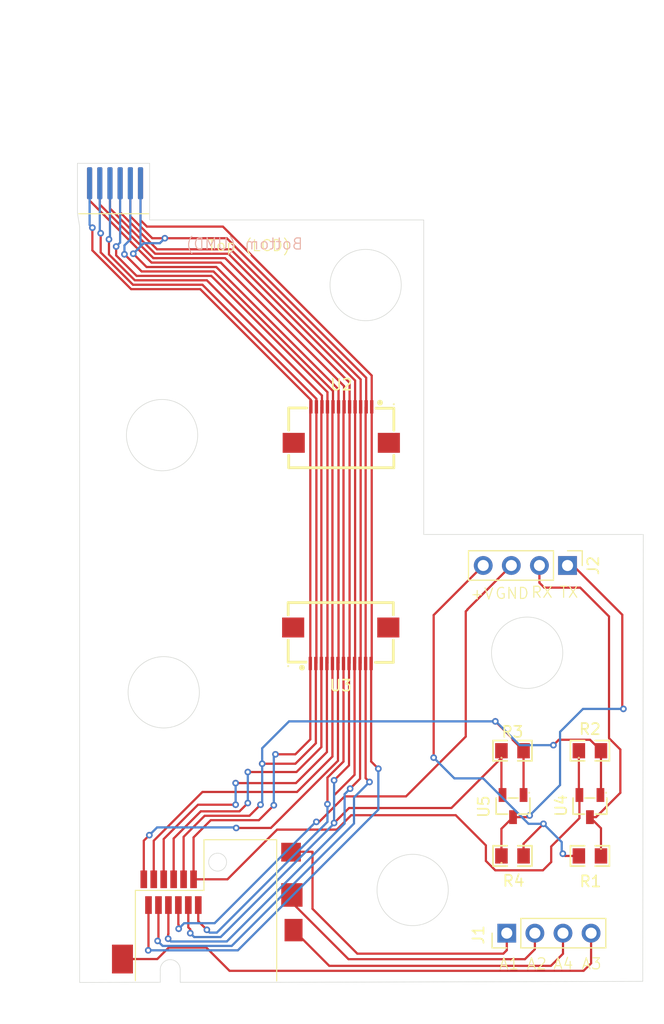
<source format=kicad_pcb>
(kicad_pcb (version 20240108) (generator "pcbnew") (generator_version "8.0")
  (layers (0 "F.Cu" signal) (31 "B.Cu" signal) (34 "B.Paste" user) (35 "F.Paste" user) (36 "B.SilkS" user "B.Silkscreen") (37 "F.SilkS" user "F.Silkscreen") (38 "B.Mask" user) (39 "F.Mask" user) (44 "Edge.Cuts" user))
  (net 0 "")
  (net 1 "/OUT_UART_VCC")
  (net 2 "/OUT_PSPRX")
  (net 3 "/PSPRX")
  (net 4 "/PSP_UART_VCC")
  (net 5 "/PSPTX")
  (net 6 "/OUT_PSPTX")
  (net 7 "/PSP_BLUE_LUME_PB")
  (net 8 "/PSP_WAKE")
  (net 9 "/GND")
  (net 10 "/PSP_VIDEO_DETECT")
  (net 11 "/LUMA_Y")
  (net 12 "/RED_LUMA_PR")
  (net 13 "/PSPMICIN")
  (net 18 "/audio4")
  (net 19 "/audio3")
  (net 20 "/audio2")
  (net 21 "/audio1")
  (net 22 "/UART_GND")
  (footprint "jlcpcb:R0805" (layer "F.Cu") (at 206.025 114.925)
    (property "Reference" "R2" (at 0 -1.95 0) (layer "F.SilkS"))
    (property "Value" "0805W8F1002T5E")
    (pad "1" smd rect (at -1 0) (size 1.132537 1.377013) (layers "F.Cu" "F.Paste" "F.Mask") (net 3 "/PSPRX"))
    (pad "2" smd rect (at 1 0) (size 1.132537 1.377013) (layers "F.Cu" "F.Paste" "F.Mask") (net 4 "/PSP_UART_VCC"))
  )
  (footprint "jlcpcb:R0805" (layer "F.Cu") (at 206.025 124.425 180)
    (property "Reference" "R1" (at -0.05 -2.3 0) (layer "F.SilkS"))
    (property "Value" "0805W8F1002T5E")
    (pad "1" smd rect (at -1 0 180) (size 1.132537 1.377013) (layers "F.Cu" "F.Paste" "F.Mask") (net 2 "/OUT_PSPRX"))
    (pad "2" smd rect (at 1 0 180) (size 1.132537 1.377013) (layers "F.Cu" "F.Paste" "F.Mask") (net 1 "/OUT_UART_VCC"))
  )
  (footprint "psp:TVOut Connector" (layer "F.Cu") (at 171.4625 132.3625)
    (property "Reference" "U6" (hide yes))
    (property "Value" "~" (hide yes))
    (fp_line (start -4.275 3.475) (end -6.7875 3.475) (stroke (width 0.05)) (layer "Edge.Cuts"))
    (fp_line (start -4.274062 2.373093) (end -4.275 3.475) (stroke (width 0.05)) (layer "Edge.Cuts"))
    (fp_line (start -2.475 3.475) (end -2.475 2.35) (stroke (width 0.05)) (layer "Edge.Cuts"))
    (fp_line (start -2.475 3.475) (end 6.575 3.475) (stroke (width 0.05)) (layer "Edge.Cuts"))
    (fp_arc (start -4.274062 2.373093) (mid -3.386556 1.424727) (end -2.475 2.35) (stroke (width 0.05)) (layer "Edge.Cuts"))
    (fp_circle (center 0.909706 -7.375) (end 1.709706 -7.25) (stroke (width 0.05)) (fill none) (layer "Edge.Cuts"))
    (pad "1" smd rect (at 7.547206 -8.275) (size 1.775 1.7) (layers "F.Cu" "F.Paste" "F.Mask") (net 21 "/audio1"))
    (pad "2" smd rect (at 7.622206 -4.4125) (size 1.925 2.125) (layers "F.Cu" "F.Paste" "F.Mask") (net 20 "/audio2"))
    (pad "3" smd rect (at -7.690294 1.375) (size 1.9 2.6) (layers "F.Cu" "F.Paste" "F.Mask") (net 19 "/audio3"))
    (pad "4" smd rect (at 7.772206 -1.2375) (size 1.625 2.025) (layers "F.Cu" "F.Paste" "F.Mask") (net 18 "/audio4"))
    (pad "5" smd rect (at -0.840294 -3.5) (size 0.6 1.6) (layers "F.Cu" "F.Paste" "F.Mask") (net 13 "/PSPMICIN"))
    (pad "6" smd rect (at -1.740294 -3.5) (size 0.6 1.6) (layers "F.Cu" "F.Paste" "F.Mask") (net 5 "/PSPTX"))
    (pad "7" smd rect (at -2.640294 -3.5) (size 0.6 1.6) (layers "F.Cu" "F.Paste" "F.Mask") (net 22 "/UART_GND"))
    (pad "8" smd rect (at -3.540294 -3.5) (size 0.6 1.6) (layers "F.Cu" "F.Paste" "F.Mask") (net 11 "/LUMA_Y"))
    (pad "9" smd rect (at -4.440294 -3.5) (size 0.6 1.6) (layers "F.Cu" "F.Paste" "F.Mask") (net 9 "/GND"))
    (pad "10" smd rect (at -5.340294 -3.5) (size 0.6 1.6) (layers "F.Cu" "F.Paste" "F.Mask") (net 12 "/RED_LUMA_PR"))
    (pad "11" smd rect (at -1.265294 -5.825) (size 0.6 1.6) (layers "F.Cu" "F.Paste" "F.Mask") (net 3 "/PSPRX"))
    (pad "12" smd rect (at -2.165294 -5.825) (size 0.6 1.6) (layers "F.Cu" "F.Paste" "F.Mask") (net 4 "/PSP_UART_VCC"))
    (pad "13" smd rect (at -3.065294 -5.825) (size 0.6 1.6) (layers "F.Cu" "F.Paste" "F.Mask") (net 10 "/PSP_VIDEO_DETECT"))
    (pad "14" smd rect (at -3.965294 -5.825) (size 0.6 1.6) (layers "F.Cu" "F.Paste" "F.Mask") (net 8 "/PSP_WAKE"))
    (pad "15" smd rect (at -4.865294 -5.825) (size 0.6 1.6) (layers "F.Cu" "F.Paste" "F.Mask") (net 7 "/PSP_BLUE_LUME_PB"))
    (pad "16" smd rect (at -5.765294 -5.825) (size 0.6 1.6) (layers "F.Cu" "F.Paste" "F.Mask") (net 9 "/GND"))
  )
  (footprint "jlcpcb:SOT-23-3_L2.9-W1.3-P1.90-LS2.4-BR" (layer "F.Cu") (at 199.075038 119.925 90)
    (property "Reference" "U5" (at -0.05 -2.650038 90) (layer "F.SilkS"))
    (property "Value" "BSS138_C7420339")
    (pad "1" smd rect (at 1 0.949962 90) (size 1.250013 0.7) (layers "F.Cu" "F.Paste" "F.Mask") (net 4 "/PSP_UART_VCC"))
    (pad "2" smd rect (at 1 -0.949962 90) (size 1.250013 0.7) (layers "F.Cu" "F.Paste" "F.Mask") (net 5 "/PSPTX"))
    (pad "3" smd rect (at -1 0 90) (size 1.250013 0.7) (layers "F.Cu" "F.Paste" "F.Mask") (net 6 "/OUT_PSPTX"))
  )
  (footprint "jlcpcb:SOT-23-3_L2.9-W1.3-P1.90-LS2.4-BR" (layer "F.Cu") (at 206.025 119.925 90)
    (property "Reference" "U4" (at 0.05 -2.6 90) (layer "F.SilkS"))
    (property "Value" "BSS138_C7420339")
    (pad "1" smd rect (at 1 0.949962 90) (size 1.250013 0.7) (layers "F.Cu" "F.Paste" "F.Mask") (net 4 "/PSP_UART_VCC"))
    (pad "2" smd rect (at 1 -0.949962 90) (size 1.250013 0.7) (layers "F.Cu" "F.Paste" "F.Mask") (net 3 "/PSPRX"))
    (pad "3" smd rect (at -1 0 90) (size 1.250013 0.7) (layers "F.Cu" "F.Paste" "F.Mask") (net 2 "/OUT_PSPRX"))
  )
  (footprint "Connector_PinHeader_2.54mm:PinHeader_1x04_P2.54mm_Vertical" (layer "F.Cu") (at 198.51 131.4 90)
    (property "Reference" "J1" (at -0.15 -2.56 90) (layer "F.SilkS"))
    (property "Value" "Conn_01x04_Pin")
    (pad "1" thru_hole rect (at 0 0 90) (size 1.7 1.7) (drill 1) (layers "*.Cu" "*.Mask") (net 21 "/audio1"))
    (pad "2" thru_hole oval (at 0 2.54 90) (size 1.7 1.7) (drill 1) (layers "*.Cu" "*.Mask") (net 20 "/audio2"))
    (pad "3" thru_hole oval (at 0 5.08 90) (size 1.7 1.7) (drill 1) (layers "*.Cu" "*.Mask") (net 18 "/audio4"))
    (pad "4" thru_hole oval (at 0 7.62 90) (size 1.7 1.7) (drill 1) (layers "*.Cu" "*.Mask") (net 19 "/audio3"))
  )
  (footprint "jlcpcb:R0805" (layer "F.Cu") (at 199.025 114.925)
    (property "Reference" "R3" (at 0 -1.7 0) (layer "F.SilkS"))
    (property "Value" "0805W8F1002T5E")
    (pad "1" smd rect (at -1 0) (size 1.132537 1.377013) (layers "F.Cu" "F.Paste" "F.Mask") (net 5 "/PSPTX"))
    (pad "2" smd rect (at 1 0) (size 1.132537 1.377013) (layers "F.Cu" "F.Paste" "F.Mask") (net 4 "/PSP_UART_VCC"))
  )
  (footprint "psp:TVOut Cable" (layer "F.Cu") (at 168.8255 70.9875)
    (property "Reference" "U1" (hide yes))
    (property "Value" "~" (hide yes))
    (fp_line (start -9.125 -9.1) (end -9.125 -4.6) (stroke (width 0.05)) (layer "Edge.Cuts"))
    (fp_line (start -2.6 -9.1) (end -9.125 -9.1) (stroke (width 0.05)) (layer "Edge.Cuts"))
    (fp_line (start -2.6 -4.6) (end -2.6 -9.1) (stroke (width 0.05)) (layer "Edge.Cuts"))
    (pad "1" smd roundrect (at -8.025 -7.3 180) (size 0.47 2.9) (layers "F.Cu" "F.Paste" "F.Mask") (net 13 "/PSPMICIN"))
    (pad "2" smd roundrect (at -7.105 -7.3 180) (size 0.47 2.9) (layers "F.Cu" "F.Paste" "F.Mask") (net 5 "/PSPTX"))
    (pad "3" smd roundrect (at -6.185 -7.3 180) (size 0.47 2.9) (layers "F.Cu" "F.Paste" "F.Mask") (net 22 "/UART_GND"))
    (pad "4" smd roundrect (at -5.265 -7.3 180) (size 0.47 2.9) (layers "F.Cu" "F.Paste" "F.Mask") (net 11 "/LUMA_Y"))
    (pad "5" smd roundrect (at -4.345 -7.3 180) (size 0.47 2.9) (layers "F.Cu" "F.Paste" "F.Mask") (net 9 "/GND"))
    (pad "6" smd roundrect (at -3.425 -7.3 180) (size 0.47 2.9) (layers "F.Cu" "F.Paste" "F.Mask") (net 12 "/RED_LUMA_PR"))
    (pad "7" smd roundrect (at -8.025 -7.3 180) (size 0.47 2.9) (layers "B.Cu" "B.Paste" "B.Mask") (net 3 "/PSPRX"))
    (pad "8" smd roundrect (at -7.105 -7.3 180) (size 0.47 2.9) (layers "B.Cu" "B.Paste" "B.Mask") (net 4 "/PSP_UART_VCC"))
    (pad "9" smd roundrect (at -6.185 -7.3 180) (size 0.47 2.9) (layers "B.Cu" "B.Paste" "B.Mask") (net 10 "/PSP_VIDEO_DETECT"))
    (pad "10" smd roundrect (at -5.265 -7.3 180) (size 0.47 2.9) (layers "B.Cu" "B.Paste" "B.Mask") (net 8 "/PSP_WAKE"))
    (pad "11" smd roundrect (at -4.345 -7.3 180) (size 0.47 2.9) (layers "B.Cu" "B.Paste" "B.Mask") (net 7 "/PSP_BLUE_LUME_PB"))
    (pad "12" smd roundrect (at -3.425 -7.3 180) (size 0.47 2.9) (layers "B.Cu" "B.Paste" "B.Mask") (net 9 "/GND"))
  )
  (footprint "jlcpcb:FPC-SMD_12P-P0.50_XUNPU_FPC-05FB-12PH20" (layer "F.Cu") (at 183.55 85.5)
    (property "Reference" "U2" (at -0.001537 -3.624968 0) (layer "F.SilkS"))
    (property "Value" "FPC-05FB-12PH20")
    (pad "1" smd rect (at 2.750064 -1.624968) (size 0.3 1.2) (layers "F.Cu" "F.Paste" "F.Mask") (net 12 "/RED_LUMA_PR"))
    (pad "2" smd rect (at 2.249936 -1.624968) (size 0.3 1.2) (layers "F.Cu" "F.Paste" "F.Mask") (net 9 "/GND"))
    (pad "3" smd rect (at 1.750064 -1.624968) (size 0.3 1.2) (layers "F.Cu" "F.Paste" "F.Mask") (net 11 "/LUMA_Y"))
    (pad "4" smd rect (at 1.249936 -1.624968) (size 0.3 1.2) (layers "F.Cu" "F.Paste" "F.Mask") (net 22 "/UART_GND"))
    (pad "5" smd rect (at 0.750064 -1.624968) (size 0.3 1.2) (layers "F.Cu" "F.Paste" "F.Mask") (net 5 "/PSPTX"))
    (pad "6" smd rect (at 0.249936 -1.624968) (size 0.3 1.2) (layers "F.Cu" "F.Paste" "F.Mask") (net 13 "/PSPMICIN"))
    (pad "7" smd rect (at -0.249936 -1.624968) (size 0.3 1.2) (layers "F.Cu" "F.Paste" "F.Mask") (net 9 "/GND"))
    (pad "8" smd rect (at -0.750064 -1.624968) (size 0.3 1.2) (layers "F.Cu" "F.Paste" "F.Mask") (net 7 "/PSP_BLUE_LUME_PB"))
    (pad "9" smd rect (at -1.249936 -1.624968) (size 0.3 1.2) (layers "F.Cu" "F.Paste" "F.Mask") (net 8 "/PSP_WAKE"))
    (pad "10" smd rect (at -1.750064 -1.624968) (size 0.3 1.2) (layers "F.Cu" "F.Paste" "F.Mask") (net 10 "/PSP_VIDEO_DETECT"))
    (pad "11" smd rect (at -2.249936 -1.624968) (size 0.3 1.2) (layers "F.Cu" "F.Paste" "F.Mask") (net 4 "/PSP_UART_VCC"))
    (pad "12" smd rect (at -2.750064 -1.624968) (size 0.3 1.2) (layers "F.Cu" "F.Paste" "F.Mask") (net 3 "/PSPRX"))
    (pad "13" smd rect (at -4.299975 1.624968) (size 2 1.8) (layers "F.Cu" "F.Paste" "F.Mask"))
    (pad "14" smd rect (at 4.299975 1.624968) (size 2 1.8) (layers "F.Cu" "F.Paste" "F.Mask"))
  )
  (footprint "jlcpcb:R0805" (layer "F.Cu") (at 199.025 124.425)
    (property "Reference" "R4" (at 0.1 2.25 0) (layer "F.SilkS"))
    (property "Value" "0805W8F1002T5E")
    (pad "1" smd rect (at -1 0) (size 1.132537 1.377013) (layers "F.Cu" "F.Paste" "F.Mask") (net 6 "/OUT_PSPTX"))
    (pad "2" smd rect (at 1 0) (size 1.132537 1.377013) (layers "F.Cu" "F.Paste" "F.Mask") (net 1 "/OUT_UART_VCC"))
  )
  (footprint "jlcpcb:FPC-SMD_12P-P0.50_XUNPU_FPC-05FB-12PH20" (layer "F.Cu") (at 183.500025 105.424968 180)
    (property "Reference" "U3" (at -0.001537 -3.624968 0) (layer "F.SilkS"))
    (property "Value" "FPC-05FB-12PH20")
    (pad "1" smd rect (at 2.750064 -1.624968 180) (size 0.3 1.2) (layers "F.Cu" "F.Paste" "F.Mask") (net 3 "/PSPRX"))
    (pad "2" smd rect (at 2.249936 -1.624968 180) (size 0.3 1.2) (layers "F.Cu" "F.Paste" "F.Mask") (net 4 "/PSP_UART_VCC"))
    (pad "3" smd rect (at 1.750064 -1.624968 180) (size 0.3 1.2) (layers "F.Cu" "F.Paste" "F.Mask") (net 10 "/PSP_VIDEO_DETECT"))
    (pad "4" smd rect (at 1.249936 -1.624968 180) (size 0.3 1.2) (layers "F.Cu" "F.Paste" "F.Mask") (net 8 "/PSP_WAKE"))
    (pad "5" smd rect (at 0.750064 -1.624968 180) (size 0.3 1.2) (layers "F.Cu" "F.Paste" "F.Mask") (net 7 "/PSP_BLUE_LUME_PB"))
    (pad "6" smd rect (at 0.249936 -1.624968 180) (size 0.3 1.2) (layers "F.Cu" "F.Paste" "F.Mask") (net 9 "/GND"))
    (pad "7" smd rect (at -0.249936 -1.624968 180) (size 0.3 1.2) (layers "F.Cu" "F.Paste" "F.Mask") (net 13 "/PSPMICIN"))
    (pad "8" smd rect (at -0.750064 -1.624968 180) (size 0.3 1.2) (layers "F.Cu" "F.Paste" "F.Mask") (net 5 "/PSPTX"))
    (pad "9" smd rect (at -1.249936 -1.624968 180) (size 0.3 1.2) (layers "F.Cu" "F.Paste" "F.Mask") (net 22 "/UART_GND"))
    (pad "10" smd rect (at -1.750064 -1.624968 180) (size 0.3 1.2) (layers "F.Cu" "F.Paste" "F.Mask") (net 11 "/LUMA_Y"))
    (pad "11" smd rect (at -2.249936 -1.624968 180) (size 0.3 1.2) (layers "F.Cu" "F.Paste" "F.Mask") (net 9 "/GND"))
    (pad "12" smd rect (at -2.750064 -1.624968 180) (size 0.3 1.2) (layers "F.Cu" "F.Paste" "F.Mask") (net 12 "/RED_LUMA_PR"))
    (pad "13" smd rect (at -4.299975 1.624968 180) (size 2 1.8) (layers "F.Cu" "F.Paste" "F.Mask"))
    (pad "14" smd rect (at 4.299975 1.624968 180) (size 2 1.8) (layers "F.Cu" "F.Paste" "F.Mask"))
  )
  (footprint "Connector_PinHeader_2.54mm:PinHeader_1x04_P2.54mm_Vertical" (layer "F.Cu") (at 204 98.2 -90)
    (property "Reference" "J2" (at 0 -2.33 90) (layer "F.SilkS"))
    (property "Value" "Conn_01x04_Pin")
    (pad "1" thru_hole rect (at 0 0 270) (size 1.7 1.7) (drill 1) (layers "*.Cu" "*.Mask") (net 6 "/OUT_PSPTX"))
    (pad "2" thru_hole oval (at 0 2.54 270) (size 1.7 1.7) (drill 1) (layers "*.Cu" "*.Mask") (net 2 "/OUT_PSPRX"))
    (pad "3" thru_hole oval (at 0 5.08 270) (size 1.7 1.7) (drill 1) (layers "*.Cu" "*.Mask") (net 22 "/UART_GND"))
    (pad "4" thru_hole oval (at 0 7.62 270) (size 1.7 1.7) (drill 1) (layers "*.Cu" "*.Mask") (net 1 "/OUT_UART_VCC"))
  )
  (gr_line (start 164.675 135.8375) (end 159.9 135.85) (stroke (width 0.05)) (layer "Edge.Cuts"))
  (gr_line (start 159.9 72.45) (end 159.9 87.05) (stroke (width 0.05)) (layer "Edge.Cuts"))
  (gr_line (start 178.0375 135.8375) (end 210.8 135.75) (stroke (width 0.05)) (layer "Edge.Cuts"))
  (gr_line (start 191 67) (end 191 87) (stroke (width 0.05)) (layer "Edge.Cuts"))
  (gr_circle (center 185.75 72.879364) (end 188.6 71.379364) (stroke (width 0.05)) (fill none) (layer "Edge.Cuts"))
  (gr_line (start 166.225 67) (end 191 67) (stroke (width 0.05)) (layer "Edge.Cuts"))
  (gr_line (start 159.9 135.85) (end 159.9 134.2) (stroke (width 0.05)) (layer "Edge.Cuts"))
  (gr_circle (center 200.35 106.079364) (end 203.2 104.579364) (stroke (width 0.05)) (fill none) (layer "Edge.Cuts"))
  (gr_line (start 210.8 135.75) (end 210.85 95.4) (stroke (width 0.05)) (layer "Edge.Cuts"))
  (gr_line (start 159.9 67.6) (end 159.9 72.45) (stroke (width 0.05)) (layer "Edge.Cuts"))
  (gr_line (start 191 95.4) (end 191 87) (stroke (width 0.05)) (layer "Edge.Cuts"))
  (gr_circle (center 190 127.5) (end 192.85 126) (stroke (width 0.05)) (fill none) (layer "Edge.Cuts"))
  (gr_line (start 159.9 87.05) (end 159.9 134.2) (stroke (width 0.05)) (layer "Edge.Cuts"))
  (gr_line (start 166.2255 66.3875) (end 166.225 67) (stroke (width 0.05)) (layer "Edge.Cuts"))
  (gr_line (start 210.85 95.4) (end 191 95.4) (stroke (width 0.05)) (layer "Edge.Cuts"))
  (gr_circle (center 167.5 109.65) (end 170.35 108.15) (stroke (width 0.05)) (fill none) (layer "Edge.Cuts"))
  (gr_circle (center 167.35 86.429364) (end 170.2 84.929364) (stroke (width 0.05)) (fill none) (layer "Edge.Cuts"))
  (gr_line (start 159.7005 66.3875) (end 159.9 67.6) (stroke (width 0.05)) (layer "Edge.Cuts"))
  (gr_text "Bottom (UMD)" (at 180.15 69.75 0) (layer "B.SilkS") (effects (font (size 1 1) (thickness 0.1)) (justify left bottom mirror)))
  (gr_text "A3" (at 205.2 134.75 0) (layer "F.SilkS") (effects (font (size 1 1) (thickness 0.1)) (justify left bottom)))
  (gr_text "+V" (at 195.15 101.35 0) (layer "F.SilkS") (effects (font (size 1 1) (thickness 0.1)) (justify left bottom)))
  (gr_text "GND" (at 197.4 101.3 0) (layer "F.SilkS") (effects (font (size 1 1) (thickness 0.1)) (justify left bottom)))
  (gr_text "Top (LCD)" (at 171.4 69.9 0) (layer "F.SilkS") (effects (font (size 1 1) (thickness 0.1)) (justify left bottom)))
  (gr_text "A1" (at 197.75 134.75 0) (layer "F.SilkS") (effects (font (size 1 1) (thickness 0.1)) (justify left bottom)))
  (gr_text "TX" (at 203.2 101.2 0) (layer "F.SilkS") (effects (font (size 1 1) (thickness 0.1)) (justify left bottom)))
  (gr_text "RX" (at 200.65 101.2 0) (layer "F.SilkS") (effects (font (size 1 1) (thickness 0.1)) (justify left bottom)))
  (gr_text "A4" (at 202.65 134.75 0) (layer "F.SilkS") (effects (font (size 1 1) (thickness 0.1)) (justify left bottom)))
  (gr_text "A2" (at 200.25 134.75 0) (layer "F.SilkS") (effects (font (size 1 1) (thickness 0.1)) (justify left bottom)))
  (segment (start 200.025 123.325) (end 201.825 121.525) (width 0.2) (layer "F.Cu") (net 1))
  (segment (start 191.9 102.68) (end 196.38 98.2) (width 0.2) (layer "F.Cu") (net 1))
  (segment (start 205.025 124.425) (end 203.775 124.425) (width 0.2) (layer "F.Cu") (net 1))
  (segment (start 203.775 124.425) (end 203.575 124.225) (width 0.2) (layer "F.Cu") (net 1))
  (segment (start 200.025 124.425) (end 200.025 123.325) (width 0.2) (layer "F.Cu") (net 1))
  (segment (start 191.9 115.55) (end 191.9 102.68) (width 0.2) (layer "F.Cu") (net 1))
  (via (at 191.9 115.55) (size 0.6) (drill 0.3) (layers "F.Cu" "B.Cu") (net 1))
  (via (at 201.825 121.525) (size 0.6) (drill 0.3) (layers "F.Cu" "B.Cu") (net 1))
  (via (at 203.575 124.225) (size 0.6) (drill 0.3) (layers "F.Cu" "B.Cu") (net 1))
  (segment (start 200.476471 121.525) (end 201.825 121.525) (width 0.2) (layer "B.Cu") (net 1))
  (segment (start 203.475 124.125) (end 203.475 123.175) (width 0.2) (layer "B.Cu") (net 1))
  (segment (start 196.375 117.423529) (end 200.476471 121.525) (width 0.2) (layer "B.Cu") (net 1))
  (segment (start 191.9 115.55) (end 193.773529 117.423529) (width 0.2) (layer "B.Cu") (net 1))
  (segment (start 193.773529 117.423529) (end 196.375 117.423529) (width 0.2) (layer "B.Cu") (net 1))
  (segment (start 203.475 123.175) (end 201.825 121.525) (width 0.2) (layer "B.Cu") (net 1))
  (segment (start 203.575 124.225) (end 203.475 124.125) (width 0.2) (layer "B.Cu") (net 1))
  (segment (start 207.75 102.8) (end 205.15 100.2) (width 0.2) (layer "F.Cu") (net 2))
  (segment (start 207.025 124.425) (end 207.025 121.925) (width 0.2) (layer "F.Cu") (net 2))
  (segment (start 206.025 120.925) (end 206.575 120.925) (width 0.2) (layer "F.Cu") (net 2))
  (segment (start 205.15 100.2) (end 201.9 100.2) (width 0.2) (layer "F.Cu") (net 2))
  (segment (start 208.775 114.820226) (end 207.75 113.795226) (width 0.2) (layer "F.Cu") (net 2))
  (segment (start 206.575 120.925) (end 208.775 118.725) (width 0.2) (layer "F.Cu") (net 2))
  (segment (start 207.025 121.925) (end 206.025 120.925) (width 0.2) (layer "F.Cu") (net 2))
  (segment (start 201.9 100.2) (end 201.46 99.76) (width 0.2) (layer "F.Cu") (net 2))
  (segment (start 208.775 118.725) (end 208.775 114.820226) (width 0.2) (layer "F.Cu") (net 2))
  (segment (start 201.46 99.76) (end 201.46 98.2) (width 0.2) (layer "F.Cu") (net 2))
  (segment (start 207.75 113.795226) (end 207.75 102.8) (width 0.2) (layer "F.Cu") (net 2))
  (segment (start 184.448529 120.75) (end 183.148529 122.05) (width 0.2) (layer "F.Cu") (net 3))
  (segment (start 180.749961 107.049936) (end 180.749961 83.925007) (width 0.2) (layer "F.Cu") (net 3))
  (segment (start 170.197206 122.752794) (end 171.75 121.2) (width 0.2) (layer "F.Cu") (net 3))
  (segment (start 161.05 69.745586) (end 164.554414 73.25) (width 0.2) (layer "F.Cu") (net 3))
  (segment (start 170.8 73.25) (end 180.799936 83.249936) (width 0.2) (layer "F.Cu") (net 3))
  (segment (start 202.525 123.575) (end 202.525 124.975) (width 0.2) (layer "F.Cu") (net 3))
  (segment (start 164.554414 73.25) (end 170.8 73.25) (width 0.2) (layer "F.Cu") (net 3))
  (segment (start 201.775 125.725) (end 197.470226 125.725) (width 0.2) (layer "F.Cu") (net 3))
  (segment (start 196.620226 123.475) (end 193.895226 120.75) (width 0.2) (layer "F.Cu") (net 3))
  (segment (start 173.2625 126.5375) (end 170.197206 126.5375) (width 0.2) (layer "F.Cu") (net 3))
  (segment (start 177.6 115.25) (end 179.4 115.25) (width 0.2) (layer "F.Cu") (net 3))
  (segment (start 183.148529 122.05) (end 177.75 122.05) (width 0.2) (layer "F.Cu") (net 3))
  (segment (start 180.749961 83.925007) (end 180.799936 83.875032) (width 0.2) (layer "F.Cu") (net 3))
  (segment (start 161.05 67.7) (end 161.05 69.745586) (width 0.2) (layer "F.Cu") (net 3))
  (segment (start 176.1 121.2) (end 177.45 119.85) (width 0.2) (layer "F.Cu") (net 3))
  (segment (start 180.799936 83.249936) (end 180.799936 83.875032) (width 0.2) (layer "F.Cu") (net 3))
  (segment (start 202.525 124.975) (end 201.775 125.725) (width 0.2) (layer "F.Cu") (net 3))
  (segment (start 205.025 118.874962) (end 205.075038 118.925) (width 0.2) (layer "F.Cu") (net 3))
  (segment (start 177.75 122.05) (end 173.2625 126.5375) (width 0.2) (layer "F.Cu") (net 3))
  (segment (start 197.470226 125.725) (end 196.620226 124.875) (width 0.2) (layer "F.Cu") (net 3))
  (segment (start 205.025 114.925) (end 205.025 118.874962) (width 0.2) (layer "F.Cu") (net 3))
  (segment (start 205.075038 118.925) (end 205.075038 121.024962) (width 0.2) (layer "F.Cu") (net 3))
  (segment (start 171.75 121.2) (end 176.1 121.2) (width 0.2) (layer "F.Cu") (net 3))
  (segment (start 193.895226 120.75) (end 184.448529 120.75) (width 0.2) (layer "F.Cu") (net 3))
  (segment (start 205.075038 121.024962) (end 202.525 123.575) (width 0.2) (layer "F.Cu") (net 3))
  (segment (start 179.4 115.25) (end 180.749961 113.900039) (width 0.2) (layer "F.Cu") (net 3))
  (segment (start 180.749961 113.900039) (end 180.749961 107.049936) (width 0.2) (layer "F.Cu") (net 3))
  (segment (start 196.620226 124.875) (end 196.620226 123.475) (width 0.2) (layer "F.Cu") (net 3))
  (segment (start 170.197206 126.5375) (end 170.197206 122.752794) (width 0.2) (layer "F.Cu") (net 3))
  (via (at 177.6 115.25) (size 0.6) (drill 0.3) (layers "F.Cu" "B.Cu") (net 3))
  (via (at 177.45 119.85) (size 0.6) (drill 0.3) (layers "F.Cu" "B.Cu") (net 3))
  (via (at 161.05 67.7) (size 0.6) (drill 0.3) (layers "F.Cu" "B.Cu") (net 3))
  (segment (start 177.45 115.4) (end 177.6 115.25) (width 0.2) (layer "B.Cu") (net 3))
  (segment (start 177.45 119.85) (end 177.45 115.4) (width 0.2) (layer "B.Cu") (net 3))
  (segment (start 160.8005 63.6875) (end 160.8005 67.4505) (width 0.2) (layer "B.Cu") (net 3))
  (segment (start 160.8005 67.4505) (end 161.05 67.7) (width 0.2) (layer "B.Cu") (net 3))
  (segment (start 206.036494 113.936494) (end 203.213506 113.936494) (width 0.2) (layer "F.Cu") (net 4))
  (segment (start 164.720099 72.85) (end 171 72.85) (width 0.2) (layer "F.Cu") (net 4))
  (segment (start 169.297206 122.702794) (end 169.297206 126.5375) (width 0.2) (layer "F.Cu") (net 4))
  (segment (start 161.8 69.929901) (end 164.720099 72.85) (width 0.2) (layer "F.Cu") (net 4))
  (segment (start 181.300064 83.150064) (end 181.300064 83.875032) (width 0.2) (layer "F.Cu") (net 4))
  (segment (start 181.300064 106.999961) (end 181.250089 107.049936) (width 0.2) (layer "F.Cu") (net 4))
  (segment (start 199.036494 113.836494) (end 199.036494 113.936494) (width 0.2) (layer "F.Cu") (net 4))
  (segment (start 175.25 120.8) (end 171.2 120.8) (width 0.2) (layer "F.Cu") (net 4))
  (segment (start 161.8 68.2) (end 161.8 69.929901) (width 0.2) (layer "F.Cu") (net 4))
  (segment (start 181.300064 83.875032) (end 181.300064 106.999961) (width 0.2) (layer "F.Cu") (net 4))
  (segment (start 171.2 120.8) (end 169.297206 122.702794) (width 0.2) (layer "F.Cu") (net 4))
  (segment (start 207.025 114.925) (end 206.036494 113.936494) (width 0.2) (layer "F.Cu") (net 4))
  (segment (start 176.25 119.8) (end 175.25 120.8) (width 0.2) (layer "F.Cu") (net 4))
  (segment (start 199.036494 113.936494) (end 200.025 114.925) (width 0.2) (layer "F.Cu") (net 4))
  (segment (start 203.213506 113.936494) (end 202.725 114.425) (width 0.2) (layer "F.Cu") (net 4))
  (segment (start 207.025 118.874962) (end 206.974962 118.925) (width 0.2) (layer "F.Cu") (net 4))
  (segment (start 207.025 114.925) (end 207.025 118.874962) (width 0.2) (layer "F.Cu") (net 4))
  (segment (start 197.475 112.275) (end 199.036494 113.836494) (width 0.2) (layer "F.Cu") (net 4))
  (segment (start 179.4 116.1) (end 181.250089 114.249911) (width 0.2) (layer "F.Cu") (net 4))
  (segment (start 200.025 114.925) (end 200.025 118.925) (width 0.2) (layer "F.Cu") (net 4))
  (segment (start 171 72.85) (end 181.300064 83.150064) (width 0.2) (layer "F.Cu") (net 4))
  (segment (start 181.250089 107.049936) (end 181.250089 114.249911) (width 0.2) (layer "F.Cu") (net 4))
  (segment (start 179.4 116.1) (end 176.4 116.1) (width 0.2) (layer "F.Cu") (net 4))
  (via (at 176.4 116.1) (size 0.6) (drill 0.3) (layers "F.Cu" "B.Cu") (net 4))
  (via (at 197.475 112.275) (size 0.6) (drill 0.3) (layers "F.Cu" "B.Cu") (net 4))
  (via (at 202.725 114.425) (size 0.6) (drill 0.3) (layers "F.Cu" "B.Cu") (net 4))
  (via (at 161.8 68.2) (size 0.6) (drill 0.3) (layers "F.Cu" "B.Cu") (net 4))
  (via (at 176.25 119.8) (size 0.6) (drill 0.3) (layers "F.Cu" "B.Cu") (net 4))
  (segment (start 176.4 119.65) (end 176.25 119.8) (width 0.2) (layer "B.Cu") (net 4))
  (segment (start 197.525 112.275) (end 197.475 112.275) (width 0.2) (layer "B.Cu") (net 4))
  (segment (start 197.475 112.275) (end 178.826471 112.275) (width 0.2) (layer "B.Cu") (net 4))
  (segment (start 161.7205 63.6875) (end 161.7205 68.1205) (width 0.2) (layer "B.Cu") (net 4))
  (segment (start 176.4 114.701471) (end 176.4 116.1) (width 0.2) (layer "B.Cu") (net 4))
  (segment (start 161.7205 68.1205) (end 161.8 68.2) (width 0.2) (layer "B.Cu") (net 4))
  (segment (start 199.675 114.425) (end 197.525 112.275) (width 0.2) (layer "B.Cu") (net 4))
  (segment (start 176.4 116.1) (end 176.4 119.65) (width 0.2) (layer "B.Cu") (net 4))
  (segment (start 178.826471 112.275) (end 176.4 114.701471) (width 0.2) (layer "B.Cu") (net 4))
  (segment (start 202.725 114.425) (end 199.675 114.425) (width 0.2) (layer "B.Cu") (net 4))
  (segment (start 166.9 70.45) (end 173.05 70.45) (width 0.2) (layer "F.Cu") (net 5))
  (segment (start 184.300064 106.999961) (end 184.250089 107.049936) (width 0.2) (layer "F.Cu") (net 5))
  (segment (start 169.9 131.4) (end 169.9 131.05) (width 0.2) (layer "F.Cu") (net 5))
  (segment (start 184.25 120.1) (end 193.500076 120.1) (width 0.2) (layer "F.Cu") (net 5))
  (segment (start 166.563728 70.45) (end 166.563728 70.449999) (width 0.2) (layer "F.Cu") (net 5))
  (segment (start 193.500076 120.1) (end 198.025 115.575076) (width 0.2) (layer "F.Cu") (net 5))
  (segment (start 184.250089 107.049936) (end 184.250089 116.249911) (width 0.2) (layer "F.Cu") (net 5))
  (segment (start 161.7205 65.606771) (end 166.563729 70.45) (width 0.2) (layer "F.Cu") (net 5))
  (segment (start 173.05 70.45) (end 184.300064 81.700064) (width 0.2) (layer "F.Cu") (net 5))
  (segment (start 182.9 121.45) (end 184.25 120.1) (width 0.2) (layer "F.Cu") (net 5))
  (segment (start 161.7205 63.6875) (end 161.7205 65.606771) (width 0.2) (layer "F.Cu") (net 5))
  (segment (start 184.300064 81.700064) (end 184.300064 83.875032) (width 0.2) (layer "F.Cu") (net 5))
  (segment (start 169.9 131.05) (end 169.722206 130.872206) (width 0.2) (layer "F.Cu") (net 5))
  (segment (start 166.563729 70.45) (end 166.9 70.45) (width 0.2) (layer "F.Cu") (net 5))
  (segment (start 198.025 115.575076) (end 198.025 114.925) (width 0.2) (layer "F.Cu") (net 5))
  (segment (start 184.300064 83.875032) (end 184.300064 106.999961) (width 0.2) (layer "F.Cu") (net 5))
  (segment (start 169.722206 130.872206) (end 169.722206 128.8625) (width 0.2) (layer "F.Cu") (net 5))
  (segment (start 198.025 114.925) (end 198.025 118.824924) (width 0.2) (layer "F.Cu") (net 5))
  (segment (start 166.563728 70.45) (end 166.9 70.45) (width 0.2) (layer "F.Cu") (net 5))
  (segment (start 184.250089 116.249911) (end 182.9 117.6) (width 0.2) (layer "F.Cu") (net 5))
  (segment (start 198.025 118.824924) (end 198.125076 118.925) (width 0.2) (layer "F.Cu") (net 5))
  (via (at 182.9 121.45) (size 0.6) (drill 0.3) (layers "F.Cu" "B.Cu") (net 5))
  (via (at 182.9 117.6) (size 0.6) (drill 0.3) (layers "F.Cu" "B.Cu") (net 5))
  (via (at 169.9 131.4) (size 0.6) (drill 0.3) (layers "F.Cu" "B.Cu") (net 5))
  (segment (start 182.9 121.5) (end 172.65 131.75) (width 0.2) (layer "B.Cu") (net 5))
  (segment (start 182.9 121.45) (end 182.9 121.5) (width 0.2) (layer "B.Cu") (net 5))
  (segment (start 170.25 131.75) (end 169.9 131.4) (width 0.2) (layer "B.Cu") (net 5))
  (segment (start 182.9 117.6) (end 182.9 121.45) (width 0.2) (layer "B.Cu") (net 5))
  (segment (start 172.65 131.75) (end 170.25 131.75) (width 0.2) (layer "B.Cu") (net 5))
  (segment (start 198.025 124.425) (end 198.025 121.975038) (width 0.2) (layer "F.Cu") (net 6))
  (segment (start 199.075038 120.925) (end 200.425 120.925) (width 0.2) (layer "F.Cu") (net 6))
  (segment (start 208.95 111.05) (end 208.95 102.65) (width 0.2) (layer "F.Cu") (net 6))
  (segment (start 198.025 121.975038) (end 199.075038 120.925) (width 0.2) (layer "F.Cu") (net 6))
  (segment (start 200.425 120.925) (end 200.575 120.775) (width 0.2) (layer "F.Cu") (net 6))
  (segment (start 208.95 102.65) (end 204.5 98.2) (width 0.2) (layer "F.Cu") (net 6))
  (segment (start 204.5 98.2) (end 204 98.2) (width 0.2) (layer "F.Cu") (net 6))
  (segment (start 209.05 111.15) (end 208.95 111.05) (width 0.2) (layer "F.Cu") (net 6))
  (via (at 209.05 111.15) (size 0.6) (drill 0.3) (layers "F.Cu" "B.Cu") (net 6))
  (via (at 200.575 120.775) (size 0.6) (drill 0.3) (layers "F.Cu" "B.Cu") (net 6))
  (segment (start 203.325 113.225) (end 203.325 118.025) (width 0.2) (layer "B.Cu") (net 6))
  (segment (start 203.325 118.025) (end 200.575 120.775) (width 0.2) (layer "B.Cu") (net 6))
  (segment (start 205.4 111.15) (end 203.325 113.225) (width 0.2) (layer "B.Cu") (net 6))
  (segment (start 209.05 111.15) (end 205.4 111.15) (width 0.2) (layer "B.Cu") (net 6))
  (segment (start 182.799936 82.449936) (end 182.799936 83.875032) (width 0.2) (layer "F.Cu") (net 7))
  (segment (start 166.597206 123.052794) (end 171 118.65) (width 0.2) (layer "F.Cu") (net 7))
  (segment (start 182.749961 115.450039) (end 182.749961 107.049936) (width 0.2) (layer "F.Cu") (net 7))
  (segment (start 179.55 118.65) (end 182.749961 115.450039) (width 0.2) (layer "F.Cu") (net 7))
  (segment (start 171 118.65) (end 179.55 118.65) (width 0.2) (layer "F.Cu") (net 7))
  (segment (start 182.749961 83.925007) (end 182.799936 83.875032) (width 0.2) (layer "F.Cu") (net 7))
  (segment (start 163.95 70.1) (end 165.5 71.65) (width 0.2) (layer "F.Cu") (net 7))
  (segment (start 166.597206 126.5375) (end 166.597206 123.052794) (width 0.2) (layer "F.Cu") (net 7))
  (segment (start 182.749961 107.049936) (end 182.749961 83.925007) (width 0.2) (layer "F.Cu") (net 7))
  (segment (start 172 71.65) (end 182.799936 82.449936) (width 0.2) (layer "F.Cu") (net 7))
  (segment (start 165.5 71.65) (end 172 71.65) (width 0.2) (layer "F.Cu") (net 7))
  (via (at 163.95 70.1) (size 0.6) (drill 0.3) (layers "F.Cu" "B.Cu") (net 7))
  (segment (start 163.95 70.1) (end 163.95 69.3) (width 0.2) (layer "B.Cu") (net 7))
  (segment (start 163.95 69.3) (end 164.4805 68.7695) (width 0.2) (layer "B.Cu") (net 7))
  (segment (start 164.4805 68.7695) (end 164.4805 63.6875) (width 0.2) (layer "B.Cu") (net 7))
  (segment (start 182.250089 115.049911) (end 182.250089 107.049936) (width 0.2) (layer "F.Cu") (net 8))
  (segment (start 170.6 119.8) (end 174 119.8) (width 0.2) (layer "F.Cu") (net 8))
  (segment (start 174 117.85) (end 179.45 117.85) (width 0.2) (layer "F.Cu") (net 8))
  (segment (start 179.45 117.85) (end 182.250089 115.049911) (width 0.2) (layer "F.Cu") (net 8))
  (segment (start 165.051471 72.05) (end 171.8 72.05) (width 0.2) (layer "F.Cu") (net 8))
  (segment (start 167.497206 122.902794) (end 170.6 119.8) (width 0.2) (layer "F.Cu") (net 8))
  (segment (start 163.2 70.198529) (end 165.051471 72.05) (width 0.2) (layer "F.Cu") (net 8))
  (segment (start 182.300064 106.999961) (end 182.250089 107.049936) (width 0.2) (layer "F.Cu") (net 8))
  (segment (start 182.300064 83.875032) (end 182.300064 106.999961) (width 0.2) (layer "F.Cu") (net 8))
  (segment (start 182.300064 82.550064) (end 182.300064 83.875032) (width 0.2) (layer "F.Cu") (net 8))
  (segment (start 171.8 72.05) (end 182.300064 82.550064) (width 0.2) (layer "F.Cu") (net 8))
  (segment (start 167.497206 126.5375) (end 167.497206 122.902794) (width 0.2) (layer "F.Cu") (net 8))
  (segment (start 163.2 69.4) (end 163.2 70.198529) (width 0.2) (layer "F.Cu") (net 8))
  (via (at 174 119.8) (size 0.6) (drill 0.3) (layers "F.Cu" "B.Cu") (net 8))
  (via (at 174 117.85) (size 0.6) (drill 0.3) (layers "F.Cu" "B.Cu") (net 8))
  (via (at 163.2 69.4) (size 0.6) (drill 0.3) (layers "F.Cu" "B.Cu") (net 8))
  (segment (start 163.5605 63.6875) (end 163.5605 69.0395) (width 0.2) (layer "B.Cu") (net 8))
  (segment (start 163.5605 69.0395) (end 163.2 69.4) (width 0.2) (layer "B.Cu") (net 8))
  (segment (start 174 117.85) (end 174 119.8) (width 0.2) (layer "B.Cu") (net 8))
  (segment (start 183.300064 106.999961) (end 183.250089 107.049936) (width 0.2) (layer "F.Cu") (net 9))
  (segment (start 164.4805 66.669714) (end 166.460786 68.65) (width 0.2) (layer "F.Cu") (net 9))
  (segment (start 167.022206 132.027794) (end 167.022206 128.8625) (width 0.2) (layer "F.Cu") (net 9))
  (segment (start 166.2 122.55) (end 165.697206 123.052794) (width 0.2) (layer "F.Cu") (net 9))
  (segment (start 185.749961 117.399961) (end 185.749961 107.049936) (width 0.2) (layer "F.Cu") (net 9))
  (segment (start 165.697206 123.052794) (end 165.697206 126.5375) (width 0.2) (layer "F.Cu") (net 9))
  (segment (start 165.949513 71.25) (end 172.25 71.25) (width 0.2) (layer "F.Cu") (net 9))
  (segment (start 172.25 71.25) (end 183.300064 82.300064) (width 0.2) (layer "F.Cu") (net 9))
  (segment (start 185.749961 107.049936) (end 185.749961 83.925007) (width 0.2) (layer "F.Cu") (net 9))
  (segment (start 164.748364 70.048851) (end 165.949513 71.25) (width 0.2) (layer "F.Cu") (net 9))
  (segment (start 185.749961 83.925007) (end 185.799936 83.875032) (width 0.2) (layer "F.Cu") (net 9))
  (segment (start 183.250089 115.835696) (end 183.250089 107.049936) (width 0.2) (layer "F.Cu") (net 9))
  (segment (start 174.05 121.9) (end 177.185785 121.9) (width 0.2) (layer "F.Cu") (net 9))
  (segment (start 166.460786 68.65) (end 167.6 68.65) (width 0.2) (layer "F.Cu") (net 9))
  (segment (start 177.185785 121.9) (end 183.250089 115.835696) (width 0.2) (layer "F.Cu") (net 9))
  (segment (start 186.1 117.75) (end 185.749961 117.399961) (width 0.2) (layer "F.Cu") (net 9))
  (segment (start 173.2 68.65) (end 185.799936 81.249936) (width 0.2) (layer "F.Cu") (net 9))
  (segment (start 185.799936 81.249936) (end 185.799936 83.875032) (width 0.2) (layer "F.Cu") (net 9))
  (segment (start 166.95 132.1) (end 167.022206 132.027794) (width 0.2) (layer "F.Cu") (net 9))
  (segment (start 183.300064 82.300064) (end 183.300064 83.875032) (width 0.2) (layer "F.Cu") (net 9))
  (segment (start 167.6 68.65) (end 173.2 68.65) (width 0.2) (layer "F.Cu") (net 9))
  (segment (start 183.300064 83.875032) (end 183.300064 106.999961) (width 0.2) (layer "F.Cu") (net 9))
  (segment (start 164.4805 63.6875) (end 164.4805 66.669714) (width 0.2) (layer "F.Cu") (net 9))
  (via (at 166.2 122.55) (size 0.6) (drill 0.3) (layers "F.Cu" "B.Cu") (net 9))
  (via (at 186.1 117.75) (size 0.6) (drill 0.3) (layers "F.Cu" "B.Cu") (net 9))
  (via (at 167.6 68.65) (size 0.6) (drill 0.3) (layers "F.Cu" "B.Cu") (net 9))
  (via (at 164.748364 70.048851) (size 0.6) (drill 0.3) (layers "F.Cu" "B.Cu") (net 9))
  (via (at 166.95 132.1) (size 0.6) (drill 0.3) (layers "F.Cu" "B.Cu") (net 9))
  (via (at 174.05 121.9) (size 0.6) (drill 0.3) (layers "F.Cu" "B.Cu") (net 9))
  (segment (start 166.9 121.85) (end 166.2 122.55) (width 0.2) (layer "B.Cu") (net 9))
  (segment (start 186.1 117.75) (end 184.7 119.15) (width 0.2) (layer "B.Cu") (net 9))
  (segment (start 164.748364 70.048851) (end 165.697214 69.1) (width 0.2) (layer "B.Cu") (net 9))
  (segment (start 173.65 132.55) (end 167.4 132.55) (width 0.2) (layer "B.Cu") (net 9))
  (segment (start 165.4005 63.6875) (end 165.4005 69.396715) (width 0.2) (layer "B.Cu") (net 9))
  (segment (start 174 121.85) (end 166.9 121.85) (width 0.2) (layer "B.Cu") (net 9))
  (segment (start 167.4 132.55) (end 166.95 132.1) (width 0.2) (layer "B.Cu") (net 9))
  (segment (start 184.7 119.15) (end 184.7 121.5) (width 0.2) (layer "B.Cu") (net 9))
  (segment (start 165.4005 69.396715) (end 164.748364 70.048851) (width 0.2) (layer "B.Cu") (net 9))
  (segment (start 165.697214 69.1) (end 167.15 69.1) (width 0.2) (layer "B.Cu") (net 9))
  (segment (start 184.7 121.5) (end 173.65 132.55) (width 0.2) (layer "B.Cu") (net 9))
  (segment (start 174.05 121.9) (end 174 121.85) (width 0.2) (layer "B.Cu") (net 9))
  (segment (start 167.15 69.1) (end 167.6 68.65) (width 0.2) (layer "B.Cu") (net 9))
  (segment (start 181.799936 82.849936) (end 181.799936 83.875032) (width 0.2) (layer "F.Cu") (net 10))
  (segment (start 179.5 116.85) (end 181.749961 114.600039) (width 0.2) (layer "F.Cu") (net 10))
  (segment (start 168.397206 122.852794) (end 170.85 120.4) (width 0.2) (layer "F.Cu") (net 10))
  (segment (start 181.749961 107.049936) (end 181.749961 83.925007) (width 0.2) (layer "F.Cu") (net 10))
  (segment (start 162.55 68.75) (end 162.55 70.114215) (width 0.2) (layer "F.Cu") (net 10))
  (segment (start 170.85 120.4) (end 174.35 120.4) (width 0.2) (layer "F.Cu") (net 10))
  (segment (start 164.885785 72.45) (end 171.4 72.45) (width 0.2) (layer "F.Cu") (net 10))
  (segment (start 181.749961 114.600039) (end 181.749961 107.049936) (width 0.2) (layer "F.Cu") (net 10))
  (segment (start 168.397206 126.5375) (end 168.397206 122.852794) (width 0.2) (layer "F.Cu") (net 10))
  (segment (start 162.55 70.114215) (end 164.885785 72.45) (width 0.2) (layer "F.Cu") (net 10))
  (segment (start 171.4 72.45) (end 181.799936 82.849936) (width 0.2) (layer "F.Cu") (net 10))
  (segment (start 175.1 116.85) (end 179.5 116.85) (width 0.2) (layer "F.Cu") (net 10))
  (segment (start 174.35 120.4) (end 175.1 119.65) (width 0.2) (layer "F.Cu") (net 10))
  (segment (start 181.749961 83.925007) (end 181.799936 83.875032) (width 0.2) (layer "F.Cu") (net 10))
  (via (at 175.1 119.65) (size 0.6) (drill 0.3) (layers "F.Cu" "B.Cu") (net 10))
  (via (at 175.1 116.85) (size 0.6) (drill 0.3) (layers "F.Cu" "B.Cu") (net 10))
  (via (at 162.55 68.75) (size 0.6) (drill 0.3) (layers "F.Cu" "B.Cu") (net 10))
  (segment (start 175.1 116.85) (end 175.1 119.65) (width 0.2) (layer "B.Cu") (net 10))
  (segment (start 162.6405 63.6875) (end 162.6405 68.6595) (width 0.2) (layer "B.Cu") (net 10))
  (segment (start 162.6405 68.6595) (end 162.55 68.75) (width 0.2) (layer "B.Cu") (net 10))
  (segment (start 167.922206 131.477794) (end 167.922206 128.8625) (width 0.2) (layer "F.Cu") (net 11))
  (segment (start 185.300064 81.400064) (end 185.300064 83.875032) (width 0.2) (layer "F.Cu") (net 11))
  (segment (start 184.35 118.35) (end 185.250089 117.449911) (width 0.2) (layer "F.Cu") (net 11))
  (segment (start 166.8951 69.65) (end 173.55 69.65) (width 0.2) (layer "F.Cu") (net 11))
  (segment (start 185.300064 106.999961) (end 185.250089 107.049936) (width 0.2) (layer "F.Cu") (net 11))
  (segment (start 173.55 69.65) (end 185.300064 81.400064) (width 0.2) (layer "F.Cu") (net 11))
  (segment (start 167.9 131.9) (end 167.9 131.5) (width 0.2) (layer "F.Cu") (net 11))
  (segment (start 163.5605 66.3154) (end 166.8951 69.65) (width 0.2) (layer "F.Cu") (net 11))
  (segment (start 163.5605 63.6875) (end 163.5605 66.3154) (width 0.2) (layer "F.Cu") (net 11))
  (segment (start 185.250089 117.449911) (end 185.250089 107.049936) (width 0.2) (layer "F.Cu") (net 11))
  (segment (start 167.9 131.5) (end 167.922206 131.477794) (width 0.2) (layer "F.Cu") (net 11))
  (segment (start 185.300064 83.875032) (end 185.300064 106.999961) (width 0.2) (layer "F.Cu") (net 11))
  (via (at 184.35 118.35) (size 0.6) (drill 0.3) (layers "F.Cu" "B.Cu") (net 11))
  (via (at 167.9 131.9) (size 0.6) (drill 0.3) (layers "F.Cu" "B.Cu") (net 11))
  (segment (start 173.2 132.15) (end 168.15 132.15) (width 0.2) (layer "B.Cu") (net 11))
  (segment (start 168.15 132.15) (end 167.9 131.9) (width 0.2) (layer "B.Cu") (net 11))
  (segment (start 183.85 118.85) (end 183.85 121.5) (width 0.2) (layer "B.Cu") (net 11))
  (segment (start 184.35 118.35) (end 183.85 118.85) (width 0.2) (layer "B.Cu") (net 11))
  (segment (start 183.85 121.5) (end 173.2 132.15) (width 0.2) (layer "B.Cu") (net 11))
  (segment (start 166.122206 128.8625) (end 166.122206 132.927794) (width 0.2) (layer "F.Cu") (net 12))
  (segment (start 186.300064 83.875032) (end 186.300064 106.999961) (width 0.2) (layer "F.Cu") (net 12))
  (segment (start 165.976472 67.6) (end 165.4005 67.024028) (width 0.2) (layer "F.Cu") (net 12))
  (segment (start 186.300064 106.999961) (end 186.250089 107.049936) (width 0.2) (layer "F.Cu") (net 12))
  (segment (start 186.250089 115.900089) (end 186.250089 107.049936) (width 0.2) (layer "F.Cu") (net 12))
  (segment (start 165.976472 67.6) (end 172.85 67.6) (width 0.2) (layer "F.Cu") (net 12))
  (segment (start 172.85 67.6) (end 186.300064 81.050064) (width 0.2) (layer "F.Cu") (net 12))
  (segment (start 166.122206 132.927794) (end 166.1 132.95) (width 0.2) (layer "F.Cu") (net 12))
  (segment (start 186.300064 81.050064) (end 186.300064 83.875032) (width 0.2) (layer "F.Cu") (net 12))
  (segment (start 165.4005 67.024028) (end 165.4005 63.6875) (width 0.2) (layer "F.Cu") (net 12))
  (segment (start 186.9 116.55) (end 186.250089 115.900089) (width 0.2) (layer "F.Cu") (net 12))
  (via (at 166.1 132.95) (size 0.6) (drill 0.3) (layers "F.Cu" "B.Cu") (net 12))
  (via (at 186.9 116.55) (size 0.6) (drill 0.3) (layers "F.Cu" "B.Cu") (net 12))
  (segment (start 186.9 120.25) (end 174.2 132.95) (width 0.2) (layer "B.Cu") (net 12))
  (segment (start 174.2 132.95) (end 166.1 132.95) (width 0.2) (layer "B.Cu") (net 12))
  (segment (start 186.9 116.55) (end 186.9 120.25) (width 0.2) (layer "B.Cu") (net 12))
  (segment (start 166.398042 70.85) (end 172.65 70.85) (width 0.2) (layer "F.Cu") (net 13))
  (segment (start 166.398042 70.85) (end 160.8005 65.252458) (width 0.2) (layer "F.Cu") (net 13))
  (segment (start 183.799936 81.999936) (end 183.799936 83.875032) (width 0.2) (layer "F.Cu") (net 13))
  (segment (start 183.749961 83.925007) (end 183.799936 83.875032) (width 0.2) (layer "F.Cu") (net 13))
  (segment (start 160.8005 65.252458) (end 160.8005 63.6875) (width 0.2) (layer "F.Cu") (net 13))
  (segment (start 183.749961 115.90151) (end 182.3 117.351471) (width 0.2) (layer "F.Cu") (net 13))
  (segment (start 183.749961 107.049936) (end 183.749961 115.90151) (width 0.2) (layer "F.Cu") (net 13))
  (segment (start 171.4 131.1) (end 170.622206 130.322206) (width 0.2) (layer "F.Cu") (net 13))
  (segment (start 170.622206 130.322206) (end 170.622206 128.8625) (width 0.2) (layer "F.Cu") (net 13))
  (segment (start 182.3 117.351471) (end 182.3 119.75) (width 0.2) (layer "F.Cu") (net 13))
  (segment (start 172.65 70.85) (end 183.799936 81.999936) (width 0.2) (layer "F.Cu") (net 13))
  (segment (start 183.749961 107.049936) (end 183.749961 83.925007) (width 0.2) (layer "F.Cu") (net 13))
  (via (at 171.4 131.1) (size 0.6) (drill 0.3) (layers "F.Cu" "B.Cu") (net 13))
  (via (at 182.3 119.75) (size 0.6) (drill 0.3) (layers "F.Cu" "B.Cu") (net 13))
  (segment (start 182.3 119.75) (end 182.3 121.35) (width 0.2) (layer "B.Cu") (net 13))
  (segment (start 172.3 131.35) (end 171.65 131.35) (width 0.2) (layer "B.Cu") (net 13))
  (segment (start 171.65 131.35) (end 171.4 131.1) (width 0.2) (layer "B.Cu") (net 13))
  (segment (start 182.3 121.35) (end 172.3 131.35) (width 0.2) (layer "B.Cu") (net 13))
  (segment (start 182.459706 134.35) (end 202.5 134.35) (width 0.2) (layer "F.Cu") (net 18))
  (segment (start 202.5 134.35) (end 203.59 133.26) (width 0.2) (layer "F.Cu") (net 18))
  (segment (start 203.59 133.26) (end 203.59 131.4) (width 0.2) (layer "F.Cu") (net 18))
  (segment (start 179.234706 131.125) (end 182.459706 134.35) (width 0.2) (layer "F.Cu") (net 18))
  (segment (start 166.915213 133.7375) (end 167.952713 132.7) (width 0.2) (layer "F.Cu") (net 19))
  (segment (start 167.952713 132.7) (end 171.35 132.7) (width 0.2) (layer "F.Cu") (net 19))
  (segment (start 206.13 134.12) (end 206.13 131.4) (width 0.2) (layer "F.Cu") (net 19))
  (segment (start 163.772206 133.7375) (end 166.915213 133.7375) (width 0.2) (layer "F.Cu") (net 19))
  (segment (start 173.45 134.8) (end 205.45 134.8) (width 0.2) (layer "F.Cu") (net 19))
  (segment (start 205.45 134.8) (end 206.13 134.12) (width 0.2) (layer "F.Cu") (net 19))
  (segment (start 171.35 132.7) (end 173.45 134.8) (width 0.2) (layer "F.Cu") (net 19))
  (segment (start 200.15 133.75) (end 201.05 132.85) (width 0.2) (layer "F.Cu") (net 20))
  (segment (start 184.2 133.75) (end 200.15 133.75) (width 0.2) (layer "F.Cu") (net 20))
  (segment (start 201.05 132.85) (end 201.05 131.4) (width 0.2) (layer "F.Cu") (net 20))
  (segment (start 179.084706 128.634706) (end 184.2 133.75) (width 0.2) (layer "F.Cu") (net 20))
  (segment (start 179.084706 127.95) (end 179.084706 128.634706) (width 0.2) (layer "F.Cu") (net 20))
  (segment (start 185 133.25) (end 198.2 133.25) (width 0.2) (layer "F.Cu") (net 21))
  (segment (start 198.51 132.94) (end 198.51 131.4) (width 0.2) (layer "F.Cu") (net 21))
  (segment (start 180.95 124.05) (end 180.95 129.2) (width 0.2) (layer "F.Cu") (net 21))
  (segment (start 179.009706 124.0875) (end 179.047206 124.05) (width 0.2) (layer "F.Cu") (net 21))
  (segment (start 180.95 129.2) (end 185 133.25) (width 0.2) (layer "F.Cu") (net 21))
  (segment (start 179.047206 124.05) (end 180.95 124.05) (width 0.2) (layer "F.Cu") (net 21))
  (segment (start 198.2 133.25) (end 198.51 132.94) (width 0.2) (layer "F.Cu") (net 21))
  (segment (start 162.6405 65.961086) (end 166.729414 70.05) (width 0.2) (layer "F.Cu") (net 22))
  (segment (start 162.6405 63.6875) (end 162.6405 65.961086) (width 0.2) (layer "F.Cu") (net 22))
  (segment (start 194.95 102.17) (end 194.95 102.2) (width 0.2) (layer "F.Cu") (net 22))
  (segment (start 194.8 113.65) (end 189.4 119.05) (width 0.2) (layer "F.Cu") (net 22))
  (segment (start 184.749961 117.10151) (end 182.9 118.951471) (width 0.2) (layer "F.Cu") (net 22))
  (segment (start 184.799936 106.999961) (end 184.749961 107.049936) (width 0.2) (layer "F.Cu") (net 22))
  (segment (start 194.95 102.2) (end 194.8 102.35) (width 0.2) (layer "F.Cu") (net 22))
  (segment (start 184.799936 81.499936) (end 184.799936 83.875032) (width 0.2) (layer "F.Cu") (net 22))
  (segment (start 182.9 118.951471) (end 182.9 120) (width 0.2) (layer "F.Cu") (net 22))
  (segment (start 168.85 131) (end 168.85 130.65) (width 0.2) (layer "F.Cu") (net 22))
  (segment (start 184.749961 107.049936) (end 184.749961 117.10151) (width 0.2) (layer "F.Cu") (net 22))
  (segment (start 194.8 102.35) (end 194.8 113.65) (width 0.2) (layer "F.Cu") (net 22))
  (segment (start 182.825 120.075) (end 181.55 121.35) (width 0.2) (layer "F.Cu") (net 22))
  (segment (start 198.92 98.2) (end 194.95 102.17) (width 0.2) (layer "F.Cu") (net 22))
  (segment (start 166.729414 70.05) (end 173.35 70.05) (width 0.2) (layer "F.Cu") (net 22))
  (segment (start 184.799936 83.875032) (end 184.799936 106.999961) (width 0.2) (layer "F.Cu") (net 22))
  (segment (start 181.55 121.35) (end 181.3 121.35) (width 0.2) (layer "F.Cu") (net 22))
  (segment (start 183.85 119.05) (end 182.825 120.075) (width 0.2) (layer "F.Cu") (net 22))
  (segment (start 189.4 119.05) (end 183.85 119.05) (width 0.2) (layer "F.Cu") (net 22))
  (segment (start 168.85 130.65) (end 168.822206 130.622206) (width 0.2) (layer "F.Cu") (net 22))
  (segment (start 173.35 70.05) (end 184.799936 81.499936) (width 0.2) (layer "F.Cu") (net 22))
  (segment (start 168.822206 130.622206) (end 168.822206 128.8625) (width 0.2) (layer "F.Cu") (net 22))
  (segment (start 184.749961 83.925007) (end 184.799936 83.875032) (width 0.2) (layer "F.Cu") (net 22))
  (segment (start 182.9 120) (end 182.825 120.075) (width 0.2) (layer "F.Cu") (net 22))
  (via (at 168.85 131) (size 0.6) (drill 0.3) (layers "F.Cu" "B.Cu") (net 22))
  (via (at 181.3 121.35) (size 0.6) (drill 0.3) (layers "F.Cu" "B.Cu") (net 22))
  (segment (start 169.35 130.5) (end 168.85 131) (width 0.2) (layer "B.Cu") (net 22))
  (segment (start 181.25 121.35) (end 172.1 130.5) (width 0.2) (layer "B.Cu") (net 22))
  (segment (start 181.3 121.35) (end 181.25 121.35) (width 0.2) (layer "B.Cu") (net 22))
  (segment (start 172.1 130.5) (end 169.35 130.5) (width 0.2) (layer "B.Cu") (net 22))
)
</source>
